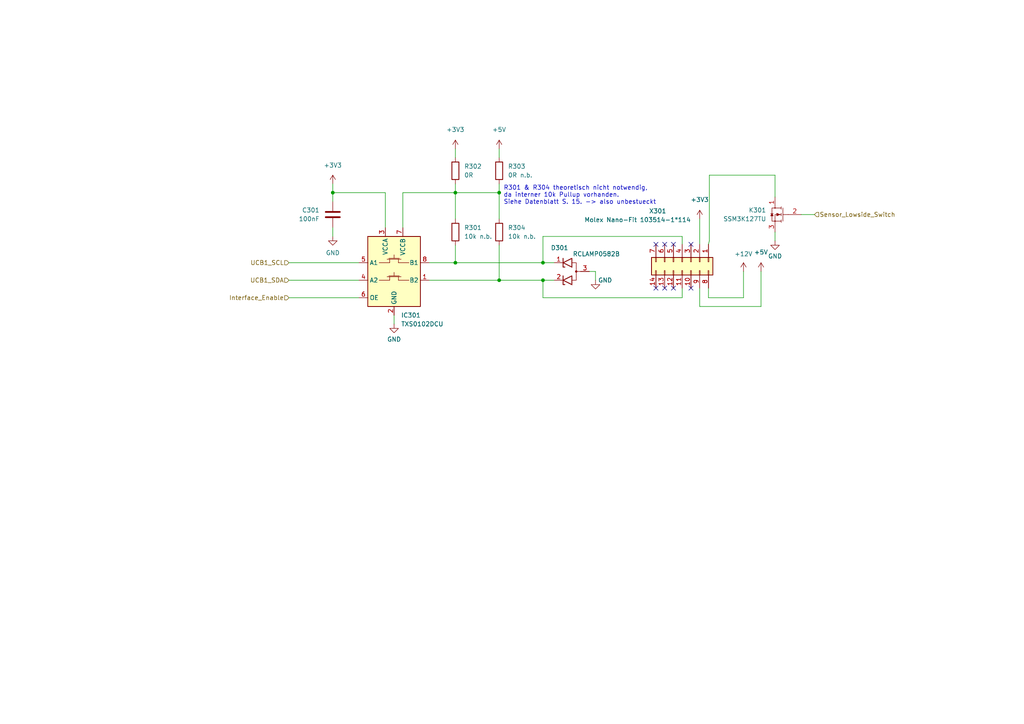
<source format=kicad_sch>
(kicad_sch (version 20211123) (generator eeschema)
  (paper "A4")
  (lib_symbols
    (symbol "Connector_Generic:Conn_02x07_Top_Bottom" (pin_names (offset 1.016) hide)
      (property "Reference" "J" (at 1.27 10.16 0))
      (property "Value" "Conn_02x07_Top_Bottom" (at 1.27 -10.16 0))
      (symbol "Conn_02x07_Top_Bottom_1_1"
        (rectangle (start -1.27 -7.493) (end 0 -7.747) (stroke (width 0.1524)))
        (rectangle (start -1.27 -4.953) (end 0 -5.207) (stroke (width 0.1524)))
        (rectangle (start -1.27 -2.413) (end 0 -2.667) (stroke (width 0.1524)))
        (rectangle (start -1.27 0.127) (end 0 -0.127) (stroke (width 0.1524)))
        (rectangle (start -1.27 2.667) (end 0 2.413) (stroke (width 0.1524)))
        (rectangle (start -1.27 5.207) (end 0 4.953) (stroke (width 0.1524)))
        (rectangle (start -1.27 7.747) (end 0 7.493) (stroke (width 0.1524)))
        (rectangle (start -1.27 8.89) (end 3.81 -8.89) (stroke (width 0.254)) (fill (type background)))
        (rectangle (start 3.81 -7.493) (end 2.54 -7.747) (stroke (width 0.1524)))
        (rectangle (start 3.81 -4.953) (end 2.54 -5.207) (stroke (width 0.1524)))
        (rectangle (start 3.81 -2.413) (end 2.54 -2.667) (stroke (width 0.1524)))
        (rectangle (start 3.81 0.127) (end 2.54 -0.127) (stroke (width 0.1524)))
        (rectangle (start 3.81 2.667) (end 2.54 2.413) (stroke (width 0.1524)))
        (rectangle (start 3.81 5.207) (end 2.54 4.953) (stroke (width 0.1524)))
        (rectangle (start 3.81 7.747) (end 2.54 7.493) (stroke (width 0.1524)))
        (pin passive line (at -5.08 7.62 0) (length 3.81) (name "Pin_1") (number "1"))
        (pin passive line (at 7.62 2.54 180) (length 3.81) (name "Pin_10") (number "10"))
        (pin passive line (at 7.62 0 180) (length 3.81) (name "Pin_11") (number "11"))
        (pin passive line (at 7.62 -2.54 180) (length 3.81) (name "Pin_12") (number "12"))
        (pin passive line (at 7.62 -5.08 180) (length 3.81) (name "Pin_13") (number "13"))
        (pin passive line (at 7.62 -7.62 180) (length 3.81) (name "Pin_14") (number "14"))
        (pin passive line (at -5.08 5.08 0) (length 3.81) (name "Pin_2") (number "2"))
        (pin passive line (at -5.08 2.54 0) (length 3.81) (name "Pin_3") (number "3"))
        (pin passive line (at -5.08 0 0) (length 3.81) (name "Pin_4") (number "4"))
        (pin passive line (at -5.08 -2.54 0) (length 3.81) (name "Pin_5") (number "5"))
        (pin passive line (at -5.08 -5.08 0) (length 3.81) (name "Pin_6") (number "6"))
        (pin passive line (at -5.08 -7.62 0) (length 3.81) (name "Pin_7") (number "7"))
        (pin passive line (at 7.62 7.62 180) (length 3.81) (name "Pin_8") (number "8"))
        (pin passive line (at 7.62 5.08 180) (length 3.81) (name "Pin_9") (number "9"))
      )
    )
    (symbol "Device:C" (pin_numbers hide) (pin_names (offset 0.254))
      (property "Reference" "C" (at 0.635 2.54 0))
      (property "Value" "C" (at 0.635 -2.54 0))
      (symbol "C_0_1"
        (polyline (pts (xy -2.032 -0.762) (xy 2.032 -0.762)) (stroke (width 0.508)))
        (polyline (pts (xy -2.032 0.762) (xy 2.032 0.762)) (stroke (width 0.508)))
      )
      (symbol "C_1_1"
        (pin passive line (at 0 3.81 270) (length 2.794) (name "~") (number "1"))
        (pin passive line (at 0 -3.81 90) (length 2.794) (name "~") (number "2"))
      )
    )
    (symbol "Device:R" (pin_numbers hide) (pin_names (offset 0))
      (property "Reference" "R" (at 2.032 0 90))
      (property "Value" "R" (at 0 0 90))
      (symbol "R_0_1"
        (rectangle (start -1.016 -2.54) (end 1.016 2.54) (stroke (width 0.254)))
      )
      (symbol "R_1_1"
        (pin passive line (at 0 3.81 270) (length 1.27) (name "~") (number "1"))
        (pin passive line (at 0 -3.81 90) (length 1.27) (name "~") (number "2"))
      )
    )
    (symbol "HER_Symbole:NMOS_FET"
      (property "Reference" "K" (at 5.461 2.159 0))
      (property "Value" "NMOS_FET" (at 8.255 5.334 0))
      (symbol "NMOS_FET_0_1"
        (circle (center 0 -1.905) (radius 0.127))
        (polyline (pts (xy -3.81 0) (xy -2.286 0)))
        (polyline (pts (xy -2.286 -1.905) (xy -2.286 1.905)))
        (polyline (pts (xy -1.778 -1.524) (xy -1.778 -2.286)))
        (polyline (pts (xy -1.778 0.381) (xy -1.778 -0.381)))
        (polyline (pts (xy -1.778 1.905) (xy 0 1.905)))
        (polyline (pts (xy -1.778 2.286) (xy -1.778 1.524)))
        (polyline (pts (xy 0.508 -0.254) (xy 1.27 -0.254)))
        (polyline (pts (xy -1.778 0) (xy 0 0) (xy 0 2.032)))
        (polyline (pts (xy -1.397 0) (xy -0.508 0.381) (xy -0.508 -0.381) (xy -1.397 0)) (fill (type outline)))
        (polyline (pts (xy 0.889 -0.254) (xy 1.27 0.381) (xy 0.508 0.381) (xy 0.889 -0.254)) (fill (type outline)))
        (polyline (pts (xy -1.778 -1.905) (xy 0.254 -1.905) (xy 0.889 -1.905) (xy 0.889 1.905) (xy 0.254 1.905) (xy 0 1.905)))
        (circle (center 0 1.905) (radius 0.127))
      )
      (symbol "NMOS_FET_1_1"
        (pin passive line (at 0 -5.08 90) (length 3.048) (name "") (number "1"))
        (pin passive line (at -7.62 0 0) (length 3.81) (name "") (number "2"))
        (pin passive line (at 0 5.08 270) (length 3.048) (name "") (number "3"))
      )
    )
    (symbol "Logic_LevelTranslator:TXS0102DCU"
      (property "Reference" "U" (at -6.35 11.43 0))
      (property "Value" "TXS0102DCU" (at 3.81 11.43 0))
      (symbol "TXS0102DCU_0_1"
        (rectangle (start -7.62 10.16) (end 7.62 -10.16) (stroke (width 0.254)) (fill (type background)))
        (polyline (pts (xy -4.318 -2.54) (xy -1.27 -2.54)))
        (polyline (pts (xy -2.032 -1.524) (xy 2.032 -1.524)))
        (polyline (pts (xy -1.524 -1.27) (xy 1.524 -1.27)))
        (polyline (pts (xy -1.27 -2.54) (xy -1.27 -1.524)))
        (polyline (pts (xy 0 -1.27) (xy 0 -0.254)))
        (polyline (pts (xy 1.27 -2.54) (xy 1.27 -1.524)))
        (polyline (pts (xy 4.318 -2.54) (xy 1.27 -2.54)))
      )
      (symbol "TXS0102DCU_1_1"
        (polyline (pts (xy -4.318 2.54) (xy -1.27 2.54)))
        (polyline (pts (xy -2.032 3.556) (xy 2.032 3.556)))
        (polyline (pts (xy -1.524 3.81) (xy 1.524 3.81)))
        (polyline (pts (xy -1.27 2.54) (xy -1.27 3.556)))
        (polyline (pts (xy 0 3.81) (xy 0 4.826)))
        (polyline (pts (xy 1.27 2.54) (xy 1.27 3.556)))
        (polyline (pts (xy 4.318 2.54) (xy 1.27 2.54)))
        (pin bidirectional line (at 10.16 -2.54 180) (length 2.54) (name "B2") (number "1"))
        (pin power_in line (at 0 -12.7 90) (length 2.54) (name "GND") (number "2"))
        (pin power_in line (at -2.54 12.7 270) (length 2.54) (name "VCCA") (number "3"))
        (pin bidirectional line (at -10.16 -2.54 0) (length 2.54) (name "A2") (number "4"))
        (pin bidirectional line (at -10.16 2.54 0) (length 2.54) (name "A1") (number "5"))
        (pin input line (at -10.16 -7.62 0) (length 2.54) (name "OE") (number "6"))
        (pin power_in line (at 2.54 12.7 270) (length 2.54) (name "VCCB") (number "7"))
        (pin bidirectional line (at 10.16 2.54 180) (length 2.54) (name "B1") (number "8"))
      )
    )
    (symbol "Power_Protection:RCLAMP0582B" (pin_names hide)
      (property "Reference" "D" (at 0 5.08 0))
      (property "Value" "RCLAMP0582B" (at 0 -5.08 0))
      (symbol "RCLAMP0582B_0_1"
        (polyline (pts (xy -2.54 0) (xy -1.27 0)))
        (polyline (pts (xy -1.27 2.54) (xy -1.27 -2.54)))
        (polyline (pts (xy 0 2.54) (xy -1.27 2.54)) (stroke (width 0.1524)))
        (polyline (pts (xy 2.54 3.81) (xy 2.54 1.27) (xy 2.032 1.27)) (stroke (width 0.254)))
        (polyline (pts (xy 0 1.27) (xy 0 3.81) (xy 2.54 2.54) (xy 0 1.27)) (stroke (width 0.254)))
        (pin passive line (at -5.08 0 0) (length 2.54) (name "A") (number "3"))
      )
      (symbol "RCLAMP0582B_1_1"
        (circle (center -1.27 0) (radius 0.254) (fill (type outline)))
        (polyline (pts (xy 0 -2.54) (xy -1.27 -2.54)) (stroke (width 0.1524)))
        (polyline (pts (xy 2.54 -1.27) (xy 2.54 -3.81) (xy 2.032 -3.81)) (stroke (width 0.254)))
        (polyline (pts (xy 0 -3.81) (xy 0 -1.27) (xy 2.54 -2.54) (xy 0 -3.81)) (stroke (width 0.254)))
        (pin passive line (at 5.08 2.54 180) (length 2.54) (name "K1") (number "1"))
        (pin passive line (at 5.08 -2.54 180) (length 2.54) (name "K2") (number "2"))
      )
    )
    (symbol "power:+12V" (power) (pin_names (offset 0))
      (property "Value" "+12V" (at 0 3.556 0))
      (symbol "+12V_0_1"
        (polyline (pts (xy -0.762 1.27) (xy 0 2.54)))
        (polyline (pts (xy 0 0) (xy 0 2.54)))
        (polyline (pts (xy 0 2.54) (xy 0.762 1.27)))
      )
      (symbol "+12V_1_1"
        (pin power_in line (at 0 0 90) (length 0) hide (name "+12V") (number "1"))
      )
    )
    (symbol "power:+3.3V" (power) (pin_names (offset 0))
      (property "Value" "+3.3V" (at 0 3.556 0))
      (symbol "+3.3V_0_1"
        (polyline (pts (xy -0.762 1.27) (xy 0 2.54)))
        (polyline (pts (xy 0 0) (xy 0 2.54)))
        (polyline (pts (xy 0 2.54) (xy 0.762 1.27)))
      )
      (symbol "+3.3V_1_1"
        (pin power_in line (at 0 0 90) (length 0) hide (name "+3V3") (number "1"))
      )
    )
    (symbol "power:+3V3" (power) (pin_names (offset 0))
      (property "Value" "+3V3" (at 0 3.556 0))
      (symbol "+3V3_0_1"
        (polyline (pts (xy -0.762 1.27) (xy 0 2.54)))
        (polyline (pts (xy 0 0) (xy 0 2.54)))
        (polyline (pts (xy 0 2.54) (xy 0.762 1.27)))
      )
      (symbol "+3V3_1_1"
        (pin power_in line (at 0 0 90) (length 0) hide (name "+3V3") (number "1"))
      )
    )
    (symbol "power:+5V" (power) (pin_names (offset 0))
      (property "Value" "+5V" (at 0 3.556 0))
      (symbol "+5V_0_1"
        (polyline (pts (xy -0.762 1.27) (xy 0 2.54)))
        (polyline (pts (xy 0 0) (xy 0 2.54)))
        (polyline (pts (xy 0 2.54) (xy 0.762 1.27)))
      )
      (symbol "+5V_1_1"
        (pin power_in line (at 0 0 90) (length 0) hide (name "+5V") (number "1"))
      )
    )
    (symbol "power:GND" (power) (pin_names (offset 0))
      (property "Value" "GND" (at 0 -3.81 0))
      (symbol "GND_0_1"
        (polyline (pts (xy 0 0) (xy 0 -1.27) (xy 1.27 -1.27) (xy 0 -2.54) (xy -1.27 -1.27) (xy 0 -1.27)))
      )
      (symbol "GND_1_1"
        (pin power_in line (at 0 0 270) (length 0) hide (name "GND") (number "1"))
      )
    )
  )
  (junction (at 132.08 55.88))
  (junction (at 144.78 81.28))
  (junction (at 96.52 55.88))
  (junction (at 157.48 76.2))
  (junction (at 132.08 76.2))
  (junction (at 144.78 55.88))
  (junction (at 157.48 81.28))
  (no_connect (at 192.786 83.566))
  (no_connect (at 190.246 83.566))
  (no_connect (at 195.326 83.566))
  (no_connect (at 200.406 83.566))
  (no_connect (at 192.786 70.866))
  (no_connect (at 195.326 70.866))
  (no_connect (at 200.406 70.866))
  (no_connect (at 190.246 70.866))
  (wire (pts (xy 157.48 81.28) (xy 160.782 81.28)))
  (wire (pts (xy 132.08 43.18) (xy 132.08 45.72)))
  (wire (pts (xy 205.486 86.36) (xy 215.646 86.36)))
  (wire (pts (xy 111.76 55.88) (xy 111.76 66.04)))
  (wire (pts (xy 96.52 55.88) (xy 96.52 58.42)))
  (wire (pts (xy 114.3 93.98) (xy 114.3 91.44)))
  (wire (pts (xy 157.48 68.58) (xy 197.866 68.58)))
  (wire (pts (xy 224.79 50.8) (xy 224.79 57.15)))
  (wire (pts (xy 116.84 55.88) (xy 132.08 55.88)))
  (wire (pts (xy 132.08 55.88) (xy 132.08 53.34)))
  (wire (pts (xy 157.48 76.2) (xy 160.782 76.2)))
  (wire (pts (xy 205.74 69.85) (xy 205.486 70.866)))
  (wire (pts (xy 215.646 86.36) (xy 215.646 78.74)))
  (wire (pts (xy 124.46 76.2) (xy 132.08 76.2)))
  (wire (pts (xy 144.78 71.12) (xy 144.78 81.28)))
  (wire (pts (xy 157.48 81.28) (xy 157.48 86.36)))
  (wire (pts (xy 96.52 68.58) (xy 96.52 66.04)))
  (wire (pts (xy 144.78 55.88) (xy 144.78 63.5)))
  (wire (pts (xy 83.82 86.36) (xy 104.14 86.36)))
  (wire (pts (xy 116.84 55.88) (xy 116.84 66.04)))
  (wire (pts (xy 96.52 53.34) (xy 96.52 55.88)))
  (wire (pts (xy 197.866 68.58) (xy 197.866 70.866)))
  (wire (pts (xy 144.78 81.28) (xy 157.48 81.28)))
  (wire (pts (xy 132.08 55.88) (xy 144.78 55.88)))
  (wire (pts (xy 83.82 81.28) (xy 104.14 81.28)))
  (wire (pts (xy 170.942 78.74) (xy 172.72 78.74)))
  (wire (pts (xy 157.48 68.58) (xy 157.48 76.2)))
  (wire (pts (xy 132.08 71.12) (xy 132.08 76.2)))
  (wire (pts (xy 197.866 86.36) (xy 197.866 83.566)))
  (wire (pts (xy 96.52 55.88) (xy 111.76 55.88)))
  (wire (pts (xy 220.726 88.9) (xy 202.946 88.9)))
  (wire (pts (xy 232.41 62.23) (xy 236.22 62.23)))
  (wire (pts (xy 132.08 76.2) (xy 157.48 76.2)))
  (wire (pts (xy 224.79 67.31) (xy 224.79 69.85)))
  (wire (pts (xy 202.946 88.9) (xy 202.946 83.566)))
  (wire (pts (xy 157.48 86.36) (xy 197.866 86.36)))
  (wire (pts (xy 220.726 88.9) (xy 220.726 78.74)))
  (wire (pts (xy 205.74 50.8) (xy 205.74 69.85)))
  (wire (pts (xy 83.82 76.2) (xy 104.14 76.2)))
  (wire (pts (xy 132.08 63.5) (xy 132.08 55.88)))
  (wire (pts (xy 144.78 55.88) (xy 144.78 53.34)))
  (wire (pts (xy 172.72 78.74) (xy 172.72 81.28)))
  (wire (pts (xy 202.946 70.866) (xy 202.946 63.5)))
  (wire (pts (xy 205.74 50.8) (xy 224.79 50.8)))
  (wire (pts (xy 124.46 81.28) (xy 144.78 81.28)))
  (wire (pts (xy 144.78 43.18) (xy 144.78 45.72)))
  (wire (pts (xy 205.486 83.566) (xy 205.486 86.36)))
  (text "R301 & R304 theoretisch nicht notwendig,\nda interner 10k Pullup vorhanden.\nSiehe Datenblatt S. 15. -> also unbestueckt" (at 146.05 59.436 0) (effects (font (size 1.27 1.27)) (justify left bottom)))
  (hierarchical_label "Sensor_Lowside_Switch" (shape input) (at 236.22 62.23 0))
  (hierarchical_label "UCB1_SDA" (shape input) (at 83.82 81.28 180))
  (hierarchical_label "UCB1_SCL" (shape input) (at 83.82 76.2 180))
  (hierarchical_label "Interface_Enable" (shape input) (at 83.82 86.36 180))
  (symbol (lib_id "Power_Protection:RCLAMP0582B") (at 165.862 78.74 0) (mirror y) (unit 1)
    (property "Reference" "D301" (at 162.306 71.882 0))
    (property "Value" "RCLAMP0582B" (at 172.974 73.66 0))
    (property "Footprint" "Package_TO_SOT_SMD:SOT-416" (effects hide))
    (property "Datasheet" "https://www.semtech.com/products/circuit-protection/low-capacitance/rclamp0582b" (effects hide))
  )
  (symbol (lib_id "power:GND") (at 224.79 69.85 0) (unit 1)
    (property "Reference" "#PWR0103" (effects hide))
    (property "Value" "GND" (at 224.79 74.295 0))
  )
  (symbol (lib_id "Device:R") (at 144.78 49.53 0) (unit 1)
    (property "Reference" "R303" (at 147.32 48.2599 0) (effects (justify left)))
    (property "Value" "0R n.b." (at 147.32 50.7999 0) (effects (justify left)))
    (property "Footprint" "Resistor_SMD:R_0603_1608Metric_Pad0.98x0.95mm_HandSolder" (effects hide))
  )
  (symbol (lib_id "power:GND") (at 114.3 93.98 0) (mirror y) (unit 1)
    (property "Reference" "#PWR0110" (effects hide))
    (property "Value" "GND" (at 114.3 98.425 0))
  )
  (symbol (lib_id "power:+3.3V") (at 96.52 53.34 0) (mirror y) (unit 1)
    (property "Reference" "#PWR0108" (effects hide))
    (property "Value" "+3.3V" (at 96.52 47.9425 0))
  )
  (symbol (lib_id "Device:R") (at 132.08 67.31 0) (unit 1)
    (property "Reference" "R301" (at 134.62 66.0399 0) (effects (justify left)))
    (property "Value" "10k n.b." (at 134.62 68.5799 0) (effects (justify left)))
    (property "Footprint" "Resistor_SMD:R_0603_1608Metric_Pad0.98x0.95mm_HandSolder" (effects hide))
  )
  (symbol (lib_id "power:+3V3") (at 132.08 43.18 0) (unit 1)
    (property "Reference" "#PWR0106" (effects hide))
    (property "Value" "+3V3" (at 132.08 37.592 0))
  )
  (symbol (lib_id "Device:R") (at 144.78 67.31 0) (unit 1)
    (property "Reference" "R304" (at 147.32 66.0399 0) (effects (justify left)))
    (property "Value" "10k n.b." (at 147.32 68.5799 0) (effects (justify left)))
    (property "Footprint" "Resistor_SMD:R_0603_1608Metric_Pad0.98x0.95mm_HandSolder" (effects hide))
  )
  (symbol (lib_id "HER_Symbole:NMOS_FET") (at 224.79 62.23 180) (unit 1)
    (property "Reference" "K301" (at 222.25 60.9599 0) (effects (justify left)))
    (property "Value" "SSM3K127TU" (at 222.25 63.4999 0) (effects (justify left)))
    (property "Footprint" "Package_TO_SOT_SMD:SOT-23" (effects hide))
  )
  (symbol (lib_id "Logic_LevelTranslator:TXS0102DCU") (at 114.3 78.74 0) (unit 1)
    (property "Reference" "IC301" (at 116.3194 91.44 0) (effects (justify left)))
    (property "Value" "TXS0102DCU" (at 116.3194 93.98 0) (effects (justify left)))
    (property "Footprint" "Package_SO:VSSOP-8_2.3x2mm_P0.5mm" (effects hide))
    (property "Datasheet" "http://www.ti.com/lit/gpn/txs0102" (effects hide))
  )
  (symbol (lib_id "power:+12V") (at 215.646 78.74 0) (unit 1)
    (property "Reference" "#PWR0101" (effects hide))
    (property "Value" "+12V" (at 215.646 73.66 0))
  )
  (symbol (lib_id "power:+3V3") (at 202.946 63.5 0) (unit 1)
    (property "Reference" "#PWR0104" (effects hide))
    (property "Value" "+3V3" (at 202.946 57.912 0))
  )
  (symbol (lib_id "Device:R") (at 132.08 49.53 0) (unit 1)
    (property "Reference" "R302" (at 134.62 48.2599 0) (effects (justify left)))
    (property "Value" "0R" (at 134.62 50.7999 0) (effects (justify left)))
    (property "Footprint" "Resistor_SMD:R_0603_1608Metric_Pad0.98x0.95mm_HandSolder" (effects hide))
  )
  (symbol (lib_id "power:GND") (at 96.52 68.58 0) (mirror y) (unit 1)
    (property "Reference" "#PWR0109" (effects hide))
    (property "Value" "GND" (at 96.52 73.3425 0))
  )
  (symbol (lib_id "power:GND") (at 172.72 81.28 0) (mirror y) (unit 1)
    (property "Reference" "#PWR0105" (effects hide))
    (property "Value" "GND" (at 175.514 81.28 0))
  )
  (symbol (lib_id "Connector_Generic:Conn_02x07_Top_Bottom") (at 197.866 75.946 270) (unit 1)
    (property "Reference" "X301" (at 193.294 61.214 90) (effects (justify right)))
    (property "Value" "Molex Nano-Fit 103514-1*114" (at 200.406 63.754 90) (effects (justify right)))
    (property "Footprint" "Connector_Molex:Molex_Nano-Fit_105314-xx14_2x07_P2.50mm_Horizontal" (effects hide))
  )
  (symbol (lib_id "power:+5V") (at 144.78 43.18 0) (unit 1)
    (property "Reference" "#PWR0107" (effects hide))
    (property "Value" "+5V" (at 144.78 37.592 0))
  )
  (symbol (lib_id "power:+5V") (at 220.726 78.74 0) (unit 1)
    (property "Reference" "#PWR0102" (effects hide))
    (property "Value" "+5V" (at 220.726 73.152 0))
  )
  (symbol (lib_id "Device:C") (at 96.52 62.23 0) (mirror y) (unit 1)
    (property "Reference" "C301" (at 92.71 60.9599 0) (effects (justify left)))
    (property "Value" "100nF" (at 92.71 63.4999 0) (effects (justify left)))
    (property "Footprint" "Capacitor_SMD:C_0603_1608Metric_Pad1.08x0.95mm_HandSolder" (effects hide))
  )
)
</source>
